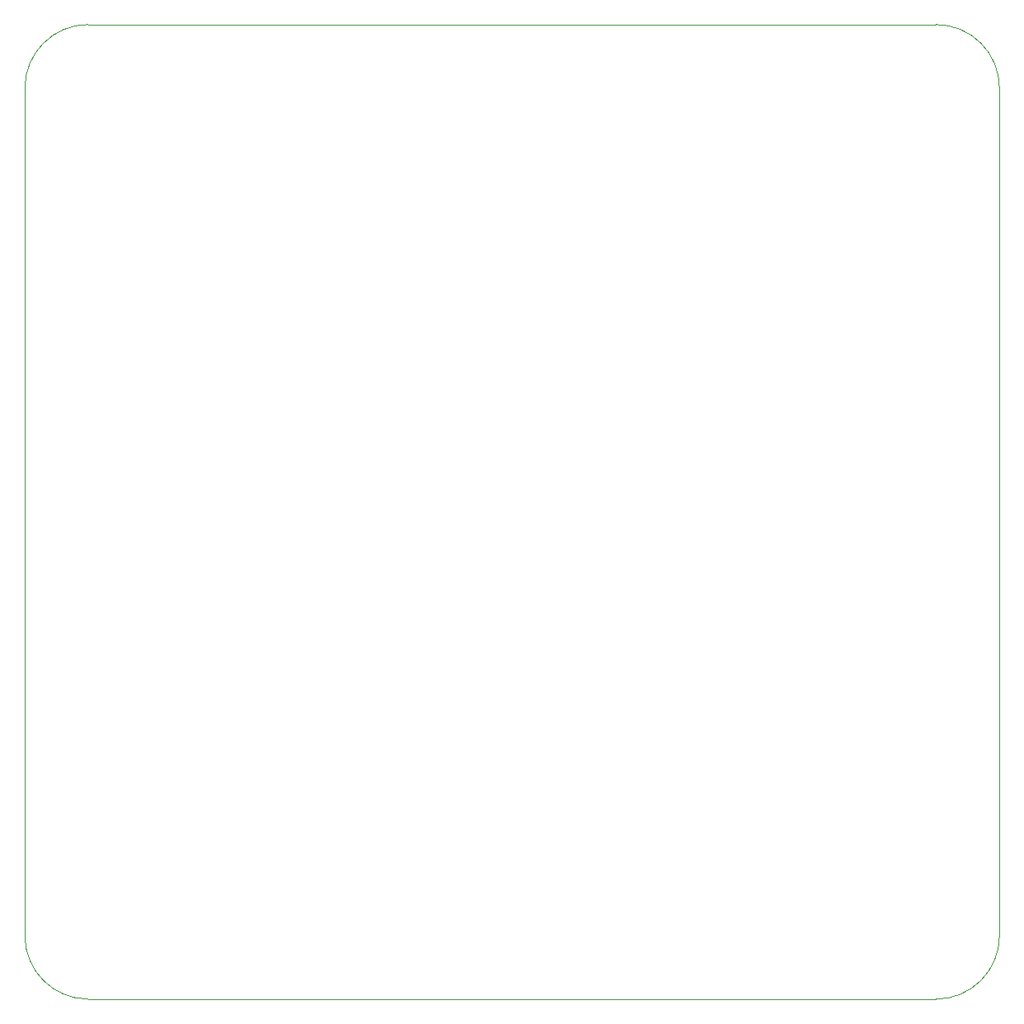
<source format=gbr>
%TF.GenerationSoftware,KiCad,Pcbnew,7.0.5-0*%
%TF.CreationDate,2023-07-18T00:38:14+02:00*%
%TF.ProjectId,buslight,6275736c-6967-4687-942e-6b696361645f,rev?*%
%TF.SameCoordinates,Original*%
%TF.FileFunction,Profile,NP*%
%FSLAX46Y46*%
G04 Gerber Fmt 4.6, Leading zero omitted, Abs format (unit mm)*
G04 Created by KiCad (PCBNEW 7.0.5-0) date 2023-07-18 00:38:14*
%MOMM*%
%LPD*%
G01*
G04 APERTURE LIST*
%TA.AperFunction,Profile*%
%ADD10C,0.100000*%
%TD*%
G04 APERTURE END LIST*
D10*
X31500000Y-22500000D02*
X118500000Y-22500000D01*
X125000000Y-29000000D02*
G75*
G03*
X118500000Y-22500000I-6500000J0D01*
G01*
X25000000Y-116000000D02*
G75*
G03*
X31500000Y-122500000I6500000J0D01*
G01*
X118500000Y-122500000D02*
G75*
G03*
X125000000Y-116000000I0J6500000D01*
G01*
X31500000Y-22500000D02*
G75*
G03*
X25000000Y-29000000I0J-6500000D01*
G01*
X118500000Y-122500000D02*
X31500000Y-122500000D01*
X25000000Y-116000000D02*
X25000000Y-29000000D01*
X125000000Y-29000000D02*
X125000000Y-116000000D01*
M02*

</source>
